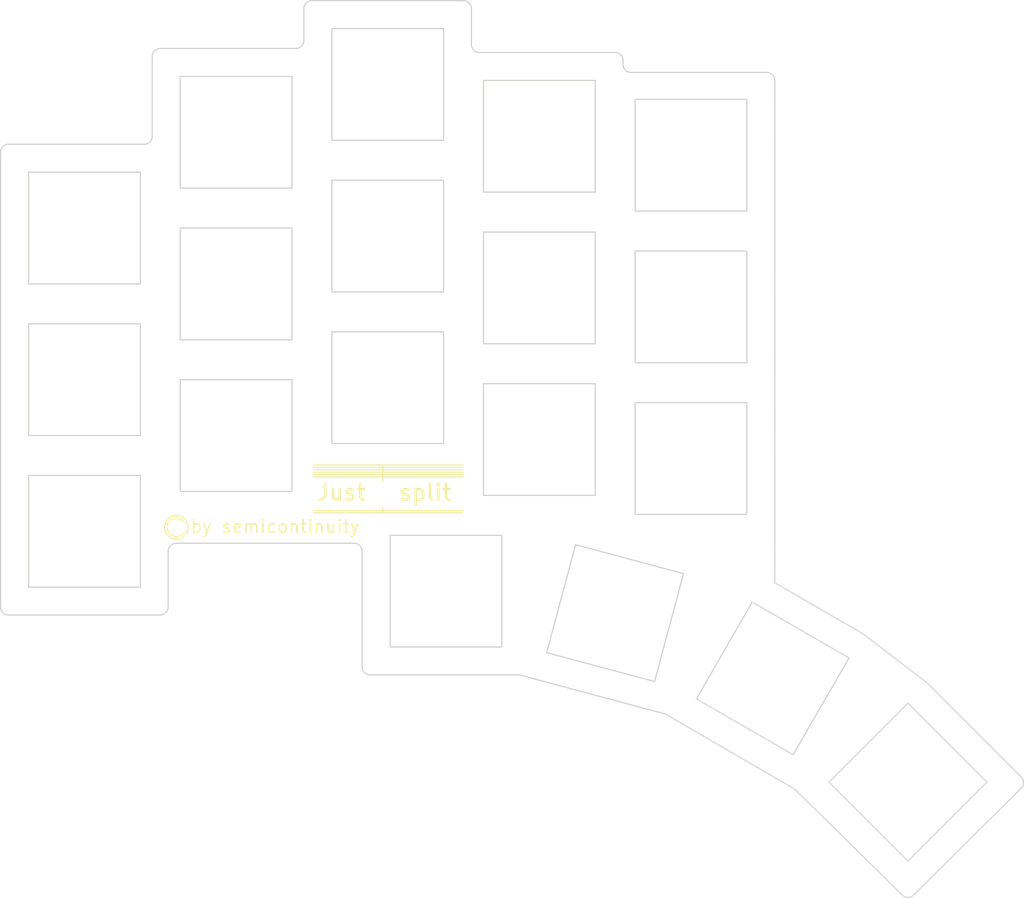
<source format=kicad_pcb>
(kicad_pcb (version 20171130) (host pcbnew 5.1.10-88a1d61d58~90~ubuntu20.04.1)

  (general
    (thickness 1.6)
    (drawings 133)
    (tracks 0)
    (zones 0)
    (modules 9)
    (nets 1)
  )

  (page A4)
  (title_block
    (title "Just Split")
    (date 2021-08-01)
    (rev 0.1)
    (company semicontinuity)
  )

  (layers
    (0 F.Cu signal)
    (31 B.Cu signal)
    (32 B.Adhes user)
    (33 F.Adhes user)
    (34 B.Paste user)
    (35 F.Paste user)
    (36 B.SilkS user)
    (37 F.SilkS user)
    (38 B.Mask user)
    (39 F.Mask user)
    (40 Dwgs.User user)
    (41 Cmts.User user)
    (42 Eco1.User user)
    (43 Eco2.User user)
    (44 Edge.Cuts user)
    (45 Margin user hide)
    (46 B.CrtYd user hide)
    (47 F.CrtYd user hide)
    (48 B.Fab user hide)
    (49 F.Fab user hide)
  )

  (setup
    (last_trace_width 0.25)
    (user_trace_width 0.2)
    (user_trace_width 0.5)
    (trace_clearance 0.2)
    (zone_clearance 0.508)
    (zone_45_only no)
    (trace_min 0.2)
    (via_size 0.6)
    (via_drill 0.4)
    (via_min_size 0.4)
    (via_min_drill 0.3)
    (user_via 3 1.6)
    (uvia_size 0.3)
    (uvia_drill 0.1)
    (uvias_allowed no)
    (uvia_min_size 0.2)
    (uvia_min_drill 0.1)
    (edge_width 0.15)
    (segment_width 0.1)
    (pcb_text_width 0.3)
    (pcb_text_size 1.5 1.5)
    (mod_edge_width 0.15)
    (mod_text_size 1 1)
    (mod_text_width 0.15)
    (pad_size 5 5)
    (pad_drill 4.1)
    (pad_to_mask_clearance 0)
    (aux_axis_origin 194.75 68)
    (grid_origin 194.66 140.935)
    (visible_elements FFFFF77F)
    (pcbplotparams
      (layerselection 0x010a0_7fffffff)
      (usegerberextensions true)
      (usegerberattributes false)
      (usegerberadvancedattributes false)
      (creategerberjobfile false)
      (excludeedgelayer true)
      (linewidth 0.100000)
      (plotframeref false)
      (viasonmask false)
      (mode 1)
      (useauxorigin false)
      (hpglpennumber 1)
      (hpglpenspeed 20)
      (hpglpendiameter 15.000000)
      (psnegative false)
      (psa4output false)
      (plotreference false)
      (plotvalue false)
      (plotinvisibletext false)
      (padsonsilk true)
      (subtractmaskfromsilk true)
      (outputformat 1)
      (mirror false)
      (drillshape 0)
      (scaleselection 1)
      (outputdirectory "gerber/"))
  )

  (net 0 "")

  (net_class Default "これは標準のネット クラスです。"
    (clearance 0.2)
    (trace_width 0.25)
    (via_dia 0.6)
    (via_drill 0.4)
    (uvia_dia 0.3)
    (uvia_drill 0.1)
  )

  (module MountingHole:MountingHole_2.1mm (layer F.Cu) (tedit 5B924765) (tstamp 61841D53)
    (at 98.50576 100.37278)
    (descr "Mounting Hole 2.1mm, no annular")
    (tags "mounting hole 2.1mm no annular")
    (attr virtual)
    (fp_text reference REF** (at 0 -3.2) (layer F.SilkS) hide
      (effects (font (size 1 1) (thickness 0.15)))
    )
    (fp_text value MountingHole_2.1mm (at 0 3.2) (layer F.Fab) hide
      (effects (font (size 1 1) (thickness 0.15)))
    )
    (fp_circle (center 0 0) (end 2.1 0) (layer Cmts.User) (width 0.15))
    (fp_circle (center 0 0) (end 2.35 0) (layer F.CrtYd) (width 0.05))
    (fp_text user %R (at 0.3 0) (layer F.Fab) hide
      (effects (font (size 1 1) (thickness 0.15)))
    )
    (pad "" np_thru_hole circle (at 0 0) (size 2.1 2.1) (drill 2.1) (layers *.Cu *.Mask))
  )

  (module MountingHole:MountingHole_2.1mm (layer F.Cu) (tedit 5B924765) (tstamp 61841D53)
    (at 126.38576 117.27278)
    (descr "Mounting Hole 2.1mm, no annular")
    (tags "mounting hole 2.1mm no annular")
    (attr virtual)
    (fp_text reference REF** (at 0 -3.2) (layer F.SilkS) hide
      (effects (font (size 1 1) (thickness 0.15)))
    )
    (fp_text value MountingHole_2.1mm (at 0 3.2) (layer F.Fab) hide
      (effects (font (size 1 1) (thickness 0.15)))
    )
    (fp_circle (center 0 0) (end 2.1 0) (layer Cmts.User) (width 0.15))
    (fp_circle (center 0 0) (end 2.35 0) (layer F.CrtYd) (width 0.05))
    (fp_text user %R (at 0.3 0) (layer F.Fab) hide
      (effects (font (size 1 1) (thickness 0.15)))
    )
    (pad "" np_thru_hole circle (at 0 0) (size 2.1 2.1) (drill 2.1) (layers *.Cu *.Mask))
  )

  (module MountingHole:MountingHole_2.1mm (layer F.Cu) (tedit 5B924765) (tstamp 61841D53)
    (at 100.48576 121.37278)
    (descr "Mounting Hole 2.1mm, no annular")
    (tags "mounting hole 2.1mm no annular")
    (attr virtual)
    (fp_text reference REF** (at 0 -3.2) (layer F.SilkS) hide
      (effects (font (size 1 1) (thickness 0.15)))
    )
    (fp_text value MountingHole_2.1mm (at 0 3.2) (layer F.Fab) hide
      (effects (font (size 1 1) (thickness 0.15)))
    )
    (fp_circle (center 0 0) (end 2.1 0) (layer Cmts.User) (width 0.15))
    (fp_circle (center 0 0) (end 2.35 0) (layer F.CrtYd) (width 0.05))
    (fp_text user %R (at 0.3 0) (layer F.Fab) hide
      (effects (font (size 1 1) (thickness 0.15)))
    )
    (pad "" np_thru_hole circle (at 0 0) (size 2.1 2.1) (drill 2.1) (layers *.Cu *.Mask))
  )

  (module MountingHole:MountingHole_2.1mm (layer F.Cu) (tedit 5B924765) (tstamp 61841D53)
    (at 98.51576 81.36278)
    (descr "Mounting Hole 2.1mm, no annular")
    (tags "mounting hole 2.1mm no annular")
    (attr virtual)
    (fp_text reference REF** (at 0 -3.2) (layer F.SilkS) hide
      (effects (font (size 1 1) (thickness 0.15)))
    )
    (fp_text value MountingHole_2.1mm (at 0 3.2) (layer F.Fab) hide
      (effects (font (size 1 1) (thickness 0.15)))
    )
    (fp_circle (center 0 0) (end 2.1 0) (layer Cmts.User) (width 0.15))
    (fp_circle (center 0 0) (end 2.35 0) (layer F.CrtYd) (width 0.05))
    (fp_text user %R (at 0.3 0) (layer F.Fab) hide
      (effects (font (size 1 1) (thickness 0.15)))
    )
    (pad "" np_thru_hole circle (at 0 0) (size 2.1 2.1) (drill 2.1) (layers *.Cu *.Mask))
  )

  (module MountingHole:MountingHole_2.1mm (layer F.Cu) (tedit 5B924765) (tstamp 61841D53)
    (at 117.49576 81.37278)
    (descr "Mounting Hole 2.1mm, no annular")
    (tags "mounting hole 2.1mm no annular")
    (attr virtual)
    (fp_text reference REF** (at 0 -3.2) (layer F.SilkS) hide
      (effects (font (size 1 1) (thickness 0.15)))
    )
    (fp_text value MountingHole_2.1mm (at 0 3.2) (layer F.Fab) hide
      (effects (font (size 1 1) (thickness 0.15)))
    )
    (fp_circle (center 0 0) (end 2.1 0) (layer Cmts.User) (width 0.15))
    (fp_circle (center 0 0) (end 2.35 0) (layer F.CrtYd) (width 0.05))
    (fp_text user %R (at 0.3 0) (layer F.Fab) hide
      (effects (font (size 1 1) (thickness 0.15)))
    )
    (pad "" np_thru_hole circle (at 0 0) (size 2.1 2.1) (drill 2.1) (layers *.Cu *.Mask))
  )

  (module MountingHole:MountingHole_2.1mm (layer F.Cu) (tedit 5B924765) (tstamp 61841D53)
    (at 155.49576 82.99278)
    (descr "Mounting Hole 2.1mm, no annular")
    (tags "mounting hole 2.1mm no annular")
    (attr virtual)
    (fp_text reference REF** (at 0 -3.2) (layer F.SilkS) hide
      (effects (font (size 1 1) (thickness 0.15)))
    )
    (fp_text value MountingHole_2.1mm (at 0 3.2) (layer F.Fab) hide
      (effects (font (size 1 1) (thickness 0.15)))
    )
    (fp_circle (center 0 0) (end 2.1 0) (layer Cmts.User) (width 0.15))
    (fp_circle (center 0 0) (end 2.35 0) (layer F.CrtYd) (width 0.05))
    (fp_text user %R (at 0.3 0) (layer F.Fab) hide
      (effects (font (size 1 1) (thickness 0.15)))
    )
    (pad "" np_thru_hole circle (at 0 0) (size 2.1 2.1) (drill 2.1) (layers *.Cu *.Mask))
  )

  (module MountingHole:MountingHole_2.1mm (layer F.Cu) (tedit 5B924765) (tstamp 61841D53)
    (at 145.25576 127.29278)
    (descr "Mounting Hole 2.1mm, no annular")
    (tags "mounting hole 2.1mm no annular")
    (attr virtual)
    (fp_text reference REF** (at 0 -3.2) (layer F.SilkS) hide
      (effects (font (size 1 1) (thickness 0.15)))
    )
    (fp_text value MountingHole_2.1mm (at 0 3.2) (layer F.Fab) hide
      (effects (font (size 1 1) (thickness 0.15)))
    )
    (fp_circle (center 0 0) (end 2.1 0) (layer Cmts.User) (width 0.15))
    (fp_circle (center 0 0) (end 2.35 0) (layer F.CrtYd) (width 0.05))
    (fp_text user %R (at 0.3 0) (layer F.Fab) hide
      (effects (font (size 1 1) (thickness 0.15)))
    )
    (pad "" np_thru_hole circle (at 0 0) (size 2.1 2.1) (drill 2.1) (layers *.Cu *.Mask))
  )

  (module MountingHole:MountingHole_2.1mm (layer F.Cu) (tedit 5B924765) (tstamp 61841D2B)
    (at 166.88576 132.49278)
    (descr "Mounting Hole 2.1mm, no annular")
    (tags "mounting hole 2.1mm no annular")
    (attr virtual)
    (fp_text reference REF** (at 0 -3.2) (layer F.SilkS) hide
      (effects (font (size 1 1) (thickness 0.15)))
    )
    (fp_text value MountingHole_2.1mm (at 0 3.2) (layer F.Fab) hide
      (effects (font (size 1 1) (thickness 0.15)))
    )
    (fp_circle (center 0 0) (end 2.1 0) (layer Cmts.User) (width 0.15))
    (fp_circle (center 0 0) (end 2.35 0) (layer F.CrtYd) (width 0.05))
    (fp_text user %R (at 0.3 0) (layer F.Fab) hide
      (effects (font (size 1 1) (thickness 0.15)))
    )
    (pad "" np_thru_hole circle (at 0 0) (size 2.1 2.1) (drill 2.1) (layers *.Cu *.Mask))
  )

  (module MountingHole:MountingHole_2.1mm (layer F.Cu) (tedit 5B924765) (tstamp 61841CD7)
    (at 184.97576 145.12278)
    (descr "Mounting Hole 2.1mm, no annular")
    (tags "mounting hole 2.1mm no annular")
    (attr virtual)
    (fp_text reference REF** (at 0 -3.2) (layer F.SilkS) hide
      (effects (font (size 1 1) (thickness 0.15)))
    )
    (fp_text value MountingHole_2.1mm (at 0 3.2) (layer F.Fab) hide
      (effects (font (size 1 1) (thickness 0.15)))
    )
    (fp_text user %R (at 0.3 0) (layer F.Fab) hide
      (effects (font (size 1 1) (thickness 0.15)))
    )
    (fp_circle (center 0 0) (end 2.1 0) (layer Cmts.User) (width 0.15))
    (fp_circle (center 0 0) (end 2.35 0) (layer F.CrtYd) (width 0.05))
    (pad "" np_thru_hole circle (at 0 0) (size 2.1 2.1) (drill 2.1) (layers *.Cu *.Mask))
  )

  (gr_line (start 175.49 128.315) (end 175.5 123.255) (layer Edge.Cuts) (width 0.15) (tstamp 6180F76D))
  (gr_line (start 206.385759 152.672781) (end 194.66 140.935) (layer Edge.Cuts) (width 0.15) (tstamp 6180F73F))
  (gr_line (start 194.66 140.935) (end 186.55 134.715) (layer Edge.Cuts) (width 0.15) (tstamp 6180F708))
  (gr_line (start 186.55 134.715) (end 175.49 128.315) (layer Edge.Cuts) (width 0.15))
  (gr_line (start 175.5 123.255) (end 175.49576 65.37278) (layer Edge.Cuts) (width 0.15) (tstamp 6180F543))
  (gr_line (start 157.48576 64.37278) (end 174.49576 64.37278) (layer Edge.Cuts) (width 0.15) (tstamp 6180F40C))
  (gr_line (start 192.190977 143.416472) (end 182.291977 153.316472) (layer Edge.Cuts) (width 0.15) (tstamp 6180F1EA))
  (gr_line (start 202.090977 153.315472) (end 192.190977 143.416472) (layer Edge.Cuts) (width 0.15))
  (gr_line (start 192.191977 163.215472) (end 202.090977 153.315472) (layer Edge.Cuts) (width 0.15))
  (gr_line (start 182.291977 153.316472) (end 192.191977 163.215472) (layer Edge.Cuts) (width 0.15))
  (gr_line (start 172.676342 130.748202) (end 165.677342 142.872202) (layer Edge.Cuts) (width 0.15) (tstamp 6180F181))
  (gr_line (start 184.801342 137.747202) (end 172.676342 130.748202) (layer Edge.Cuts) (width 0.15))
  (gr_line (start 177.802342 149.872202) (end 184.801342 137.747202) (layer Edge.Cuts) (width 0.15))
  (gr_line (start 165.677342 142.872202) (end 177.802342 149.872202) (layer Edge.Cuts) (width 0.15))
  (gr_line (start 150.540786 123.556747) (end 146.916786 137.079747) (layer Edge.Cuts) (width 0.15) (tstamp 6180F11D))
  (gr_line (start 164.063786 127.179747) (end 150.540786 123.556747) (layer Edge.Cuts) (width 0.15))
  (gr_line (start 160.439786 140.702747) (end 164.063786 127.179747) (layer Edge.Cuts) (width 0.15))
  (gr_line (start 146.916786 137.079747) (end 160.439786 140.702747) (layer Edge.Cuts) (width 0.15))
  (gr_line (start 127.3 122.38) (end 127.3 136.38) (layer Edge.Cuts) (width 0.15) (tstamp 6180F047))
  (gr_line (start 141.3 122.38) (end 127.3 122.38) (layer Edge.Cuts) (width 0.15))
  (gr_line (start 141.3 136.38) (end 141.3 122.38) (layer Edge.Cuts) (width 0.15))
  (gr_line (start 127.3 136.38) (end 141.3 136.38) (layer Edge.Cuts) (width 0.15))
  (gr_line (start 82 76.875) (end 82 90.875) (layer Edge.Cuts) (width 0.15) (tstamp 6180F005))
  (gr_line (start 96 76.875) (end 82 76.875) (layer Edge.Cuts) (width 0.15))
  (gr_line (start 96 90.875) (end 96 76.875) (layer Edge.Cuts) (width 0.15))
  (gr_line (start 82 90.875) (end 96 90.875) (layer Edge.Cuts) (width 0.15))
  (gr_line (start 82 95.875) (end 82 109.875) (layer Edge.Cuts) (width 0.15) (tstamp 6180EFEB))
  (gr_line (start 96 95.875) (end 82 95.875) (layer Edge.Cuts) (width 0.15))
  (gr_line (start 96 109.875) (end 96 95.875) (layer Edge.Cuts) (width 0.15))
  (gr_line (start 82 109.875) (end 96 109.875) (layer Edge.Cuts) (width 0.15))
  (gr_line (start 82 114.875) (end 82 128.875) (layer Edge.Cuts) (width 0.15) (tstamp 6180EFD4))
  (gr_line (start 96 114.875) (end 82 114.875) (layer Edge.Cuts) (width 0.15))
  (gr_line (start 96 128.875) (end 96 114.875) (layer Edge.Cuts) (width 0.15))
  (gr_line (start 82 128.875) (end 96 128.875) (layer Edge.Cuts) (width 0.15))
  (gr_line (start 101 102.875) (end 101 116.875) (layer Edge.Cuts) (width 0.15) (tstamp 6180EFBA))
  (gr_line (start 115 102.875) (end 101 102.875) (layer Edge.Cuts) (width 0.15))
  (gr_line (start 115 116.875) (end 115 102.875) (layer Edge.Cuts) (width 0.15))
  (gr_line (start 101 116.875) (end 115 116.875) (layer Edge.Cuts) (width 0.15))
  (gr_line (start 101 83.875) (end 101 97.875) (layer Edge.Cuts) (width 0.15) (tstamp 6180EF9B))
  (gr_line (start 115 83.875) (end 101 83.875) (layer Edge.Cuts) (width 0.15))
  (gr_line (start 115 97.875) (end 115 83.875) (layer Edge.Cuts) (width 0.15))
  (gr_line (start 101 97.875) (end 115 97.875) (layer Edge.Cuts) (width 0.15))
  (gr_line (start 101 64.875) (end 101 78.875) (layer Edge.Cuts) (width 0.15) (tstamp 6180EF82))
  (gr_line (start 115 64.875) (end 101 64.875) (layer Edge.Cuts) (width 0.15))
  (gr_line (start 115 78.875) (end 115 64.875) (layer Edge.Cuts) (width 0.15))
  (gr_line (start 101 78.875) (end 115 78.875) (layer Edge.Cuts) (width 0.15))
  (gr_line (start 120 58.88) (end 120 72.88) (layer Edge.Cuts) (width 0.15) (tstamp 6180EF64))
  (gr_line (start 134 58.88) (end 120 58.88) (layer Edge.Cuts) (width 0.15))
  (gr_line (start 134 72.88) (end 134 58.88) (layer Edge.Cuts) (width 0.15))
  (gr_line (start 120 72.88) (end 134 72.88) (layer Edge.Cuts) (width 0.15))
  (gr_line (start 120 77.88) (end 120 91.88) (layer Edge.Cuts) (width 0.15) (tstamp 6180EF4E))
  (gr_line (start 134 77.88) (end 120 77.88) (layer Edge.Cuts) (width 0.15))
  (gr_line (start 134 91.88) (end 134 77.88) (layer Edge.Cuts) (width 0.15))
  (gr_line (start 120 91.88) (end 134 91.88) (layer Edge.Cuts) (width 0.15))
  (gr_line (start 120 96.88) (end 120 110.88) (layer Edge.Cuts) (width 0.15) (tstamp 6180EF35))
  (gr_line (start 134 96.88) (end 120 96.88) (layer Edge.Cuts) (width 0.15))
  (gr_line (start 134 110.88) (end 134 96.88) (layer Edge.Cuts) (width 0.15))
  (gr_line (start 120 110.88) (end 134 110.88) (layer Edge.Cuts) (width 0.15))
  (gr_line (start 139 65.375) (end 139 79.375) (layer Edge.Cuts) (width 0.15) (tstamp 6180EF03))
  (gr_line (start 153 65.375) (end 139 65.375) (layer Edge.Cuts) (width 0.15))
  (gr_line (start 153 79.375) (end 153 65.375) (layer Edge.Cuts) (width 0.15))
  (gr_line (start 139 79.375) (end 153 79.375) (layer Edge.Cuts) (width 0.15))
  (gr_line (start 139 84.375) (end 139 98.375) (layer Edge.Cuts) (width 0.15) (tstamp 6180EEE1))
  (gr_line (start 153 84.375) (end 139 84.375) (layer Edge.Cuts) (width 0.15))
  (gr_line (start 153 98.375) (end 153 84.375) (layer Edge.Cuts) (width 0.15))
  (gr_line (start 139 98.375) (end 153 98.375) (layer Edge.Cuts) (width 0.15))
  (gr_line (start 139 103.375) (end 139 117.375) (layer Edge.Cuts) (width 0.15) (tstamp 6180EEC7))
  (gr_line (start 153 103.375) (end 139 103.375) (layer Edge.Cuts) (width 0.15))
  (gr_line (start 153 117.375) (end 153 103.375) (layer Edge.Cuts) (width 0.15))
  (gr_line (start 139 117.375) (end 153 117.375) (layer Edge.Cuts) (width 0.15))
  (gr_line (start 158 105.75) (end 158 119.75) (layer Edge.Cuts) (width 0.15) (tstamp 6180EEA9))
  (gr_line (start 172 105.75) (end 158 105.75) (layer Edge.Cuts) (width 0.15))
  (gr_line (start 172 119.75) (end 172 105.75) (layer Edge.Cuts) (width 0.15))
  (gr_line (start 158 119.75) (end 172 119.75) (layer Edge.Cuts) (width 0.15))
  (gr_line (start 158 86.75) (end 158 100.75) (layer Edge.Cuts) (width 0.15) (tstamp 6180EE91))
  (gr_line (start 172 86.75) (end 158 86.75) (layer Edge.Cuts) (width 0.15))
  (gr_line (start 172 100.75) (end 172 86.75) (layer Edge.Cuts) (width 0.15))
  (gr_line (start 158 100.75) (end 172 100.75) (layer Edge.Cuts) (width 0.15))
  (gr_line (start 158 67.75) (end 158 81.75) (layer Edge.Cuts) (width 0.15) (tstamp 6180EE79))
  (gr_line (start 172 67.75) (end 158 67.75) (layer Edge.Cuts) (width 0.15))
  (gr_line (start 172 81.75) (end 172 67.75) (layer Edge.Cuts) (width 0.15))
  (gr_line (start 158 81.75) (end 172 81.75) (layer Edge.Cuts) (width 0.15))
  (gr_line (start 126.38576 115.07278) (end 126.38576 113.67278) (layer F.SilkS) (width 0.15))
  (gr_line (start 117.68576 115.07278) (end 136.38576 115.07278) (layer F.SilkS) (width 0.15))
  (gr_line (start 126.38576 119.57278) (end 126.38576 118.87278) (layer F.SilkS) (width 0.15))
  (gr_line (start 126.38576 115.07278) (end 126.38576 115.67278) (layer F.SilkS) (width 0.15))
  (gr_line (start 117.68576 114.77278) (end 136.38576 114.77278) (layer F.SilkS) (width 0.15))
  (gr_line (start 117.68576 114.47278) (end 136.38576 114.47278) (layer F.SilkS) (width 0.15))
  (gr_line (start 117.68576 119.27278) (end 136.38576 119.27278) (layer F.SilkS) (width 0.15))
  (gr_line (start 117.68576 119.57278) (end 136.38576 119.57278) (layer F.SilkS) (width 0.15))
  (gr_line (start 117.68576 114.17278) (end 136.38576 114.17278) (layer F.SilkS) (width 0.15))
  (gr_line (start 117.68576 113.87278) (end 136.38576 113.87278) (layer F.SilkS) (width 0.15))
  (gr_line (start 117.68576 113.57278) (end 136.38576 113.57278) (layer F.SilkS) (width 0.15))
  (gr_line (start 192.885759 167.472779) (end 206.385759 154.072779) (layer Edge.Cuts) (width 0.15) (tstamp 6161BAB6))
  (gr_line (start 191.485761 167.472779) (end 177.98576 154.17278) (layer Edge.Cuts) (width 0.15) (tstamp 6161BAB5))
  (gr_arc (start 192.18576 166.77278) (end 191.485761 167.472779) (angle -90) (layer Edge.Cuts) (width 0.15))
  (gr_line (start 122.78576 123.37278) (end 100.48576 123.37278) (layer Edge.Cuts) (width 0.15) (tstamp 6161B6D5))
  (gr_line (start 123.78576 124.37278) (end 123.78576 138.87278) (layer Edge.Cuts) (width 0.15) (tstamp 6161B2F7))
  (gr_line (start 161.78576 144.77278) (end 177.98576 154.17278) (layer Edge.Cuts) (width 0.15) (tstamp 6161B2F6))
  (gr_line (start 143.48576 139.87278) (end 161.78576 144.77278) (layer Edge.Cuts) (width 0.15))
  (gr_line (start 124.78576 139.87278) (end 143.48576 139.87278) (layer Edge.Cuts) (width 0.15))
  (gr_arc (start 124.78576 138.87278) (end 123.78576 138.87278) (angle -90) (layer Edge.Cuts) (width 0.15))
  (gr_arc (start 122.78576 124.37278) (end 123.78576 124.37278) (angle -90) (layer Edge.Cuts) (width 0.15))
  (gr_arc (start 100.50426 121.35516) (end 101.426279 120.753181) (angle -291) (layer F.SilkS) (width 0.25))
  (gr_circle (center 100.5068 121.37802) (end 101.61424 122.3356) (layer F.SilkS) (width 0.15))
  (gr_text split (at 131.68576 117) (layer F.SilkS) (tstamp 615FF9E5)
    (effects (font (size 2 2) (thickness 0.3)))
  )
  (gr_text "by semicontinuity" (at 112.88576 121.27278) (layer F.SilkS)
    (effects (font (size 1.6 1.6) (thickness 0.2)))
  )
  (gr_text Just (at 121.18576 117) (layer F.SilkS)
    (effects (font (size 2 2) (thickness 0.3)))
  )
  (gr_line (start 138.48576 61.87278) (end 155.48576 61.87278) (layer Edge.Cuts) (width 0.15) (tstamp 615CB457))
  (gr_line (start 137.48576 56.37278) (end 137.48576 60.87278) (layer Edge.Cuts) (width 0.15) (tstamp 615CB456))
  (gr_line (start 156.48576 62.87278) (end 156.48576 63.37278) (layer Edge.Cuts) (width 0.15) (tstamp 615CB455))
  (gr_line (start 117.48576 55.37278) (end 136.48576 55.37278) (layer Edge.Cuts) (width 0.15) (tstamp 615CB454))
  (gr_line (start 116.48576 60.37278) (end 116.48576 56.37278) (layer Edge.Cuts) (width 0.15) (tstamp 615CB453))
  (gr_arc (start 115.48576 60.37278) (end 115.48576 61.37278) (angle -90) (layer Edge.Cuts) (width 0.15))
  (gr_line (start 98.48576 61.37278) (end 115.48576 61.37278) (layer Edge.Cuts) (width 0.15))
  (gr_line (start 97.48576 72.37278) (end 97.48576 62.37278) (layer Edge.Cuts) (width 0.15) (tstamp 615CB452))
  (gr_line (start 79.48576 73.37278) (end 96.48576 73.37278) (layer Edge.Cuts) (width 0.15) (tstamp 615CB451))
  (gr_line (start 78.48576 131.37278) (end 78.48576 74.37278) (layer Edge.Cuts) (width 0.15) (tstamp 615CB450))
  (gr_line (start 98.48576 132.37278) (end 79.48576 132.37278) (layer Edge.Cuts) (width 0.15) (tstamp 615CB44F))
  (gr_line (start 99.48576 131.37278) (end 99.48576 124.37278) (layer Edge.Cuts) (width 0.15) (tstamp 615CB44E))
  (gr_arc (start 100.48576 124.37278) (end 100.48576 123.37278) (angle -90) (layer Edge.Cuts) (width 0.15))
  (gr_arc (start 98.48576 131.37278) (end 98.48576 132.37278) (angle -90) (layer Edge.Cuts) (width 0.15))
  (gr_arc (start 79.48576 131.37278) (end 78.48576 131.37278) (angle -90) (layer Edge.Cuts) (width 0.15))
  (gr_arc (start 174.49576 65.37278) (end 175.49576 65.37278) (angle -90) (layer Edge.Cuts) (width 0.15))
  (gr_arc (start 205.68576 153.37278) (end 206.385759 154.072779) (angle -90) (layer Edge.Cuts) (width 0.15))
  (gr_arc (start 157.48576 63.37278) (end 156.48576 63.37278) (angle -90) (layer Edge.Cuts) (width 0.15))
  (gr_arc (start 155.48576 62.87278) (end 156.48576 62.87278) (angle -90) (layer Edge.Cuts) (width 0.15))
  (gr_arc (start 138.48576 60.87278) (end 137.48576 60.87278) (angle -90) (layer Edge.Cuts) (width 0.15))
  (gr_arc (start 136.48576 56.37278) (end 137.48576 56.37278) (angle -90) (layer Edge.Cuts) (width 0.15))
  (gr_arc (start 117.48576 56.37278) (end 117.48576 55.37278) (angle -90) (layer Edge.Cuts) (width 0.15))
  (gr_arc (start 98.48576 62.37278) (end 98.48576 61.37278) (angle -90) (layer Edge.Cuts) (width 0.15))
  (gr_arc (start 96.48576 72.37278) (end 96.48576 73.37278) (angle -90) (layer Edge.Cuts) (width 0.15))
  (gr_arc (start 79.48576 74.37278) (end 79.48576 73.37278) (angle -90) (layer Edge.Cuts) (width 0.15))

)

</source>
